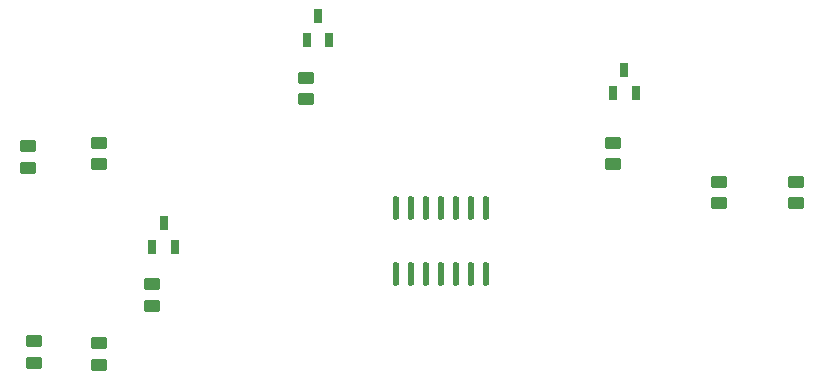
<source format=gbr>
%TF.GenerationSoftware,KiCad,Pcbnew,8.0.0*%
%TF.CreationDate,2024-03-24T21:45:21+02:00*%
%TF.ProjectId,pcb,7063622e-6b69-4636-9164-5f7063625858,rev?*%
%TF.SameCoordinates,Original*%
%TF.FileFunction,Paste,Top*%
%TF.FilePolarity,Positive*%
%FSLAX46Y46*%
G04 Gerber Fmt 4.6, Leading zero omitted, Abs format (unit mm)*
G04 Created by KiCad (PCBNEW 8.0.0) date 2024-03-24 21:45:21*
%MOMM*%
%LPD*%
G01*
G04 APERTURE LIST*
G04 Aperture macros list*
%AMRoundRect*
0 Rectangle with rounded corners*
0 $1 Rounding radius*
0 $2 $3 $4 $5 $6 $7 $8 $9 X,Y pos of 4 corners*
0 Add a 4 corners polygon primitive as box body*
4,1,4,$2,$3,$4,$5,$6,$7,$8,$9,$2,$3,0*
0 Add four circle primitives for the rounded corners*
1,1,$1+$1,$2,$3*
1,1,$1+$1,$4,$5*
1,1,$1+$1,$6,$7*
1,1,$1+$1,$8,$9*
0 Add four rect primitives between the rounded corners*
20,1,$1+$1,$2,$3,$4,$5,0*
20,1,$1+$1,$4,$5,$6,$7,0*
20,1,$1+$1,$6,$7,$8,$9,0*
20,1,$1+$1,$8,$9,$2,$3,0*%
G04 Aperture macros list end*
%ADD10R,0.700000X1.250000*%
%ADD11RoundRect,0.250000X-0.450000X0.262500X-0.450000X-0.262500X0.450000X-0.262500X0.450000X0.262500X0*%
%ADD12RoundRect,0.250000X0.450000X-0.262500X0.450000X0.262500X-0.450000X0.262500X-0.450000X-0.262500X0*%
%ADD13O,0.570000X2.040000*%
G04 APERTURE END LIST*
D10*
%TO.C,Q4*%
X129050000Y-89000000D03*
X130950000Y-89000000D03*
X130000000Y-87000000D03*
%TD*%
D11*
%TO.C,R1*%
X183500000Y-83500000D03*
X183500000Y-85325000D03*
%TD*%
%TO.C,R7*%
X124500000Y-97175000D03*
X124500000Y-99000000D03*
%TD*%
D10*
%TO.C,Q1*%
X142100000Y-71500000D03*
X144000000Y-71500000D03*
X143050000Y-69500000D03*
%TD*%
D11*
%TO.C,R9*%
X177000000Y-83500000D03*
X177000000Y-85325000D03*
%TD*%
D12*
%TO.C,R6*%
X168000000Y-82000000D03*
X168000000Y-80175000D03*
%TD*%
D11*
%TO.C,R2*%
X119000000Y-97000000D03*
X119000000Y-98825000D03*
%TD*%
D12*
%TO.C,R4*%
X129000000Y-94000000D03*
X129000000Y-92175000D03*
%TD*%
%TO.C,R5*%
X142050000Y-76500000D03*
X142050000Y-74675000D03*
%TD*%
D10*
%TO.C,Q2*%
X168050000Y-76000000D03*
X169950000Y-76000000D03*
X169000000Y-74000000D03*
%TD*%
D11*
%TO.C,R3*%
X124500000Y-80175000D03*
X124500000Y-82000000D03*
%TD*%
%TO.C,R8*%
X118500000Y-80500000D03*
X118500000Y-82325000D03*
%TD*%
D13*
%TO.C,U7*%
X149690000Y-91270000D03*
X150960000Y-91270000D03*
X152230000Y-91270000D03*
X153500000Y-91270000D03*
X154770000Y-91270000D03*
X156040000Y-91270000D03*
X157310000Y-91270000D03*
X157310000Y-85730000D03*
X156040000Y-85730000D03*
X154770000Y-85730000D03*
X153500000Y-85730000D03*
X152230000Y-85730000D03*
X150960000Y-85730000D03*
X149690000Y-85730000D03*
%TD*%
M02*

</source>
